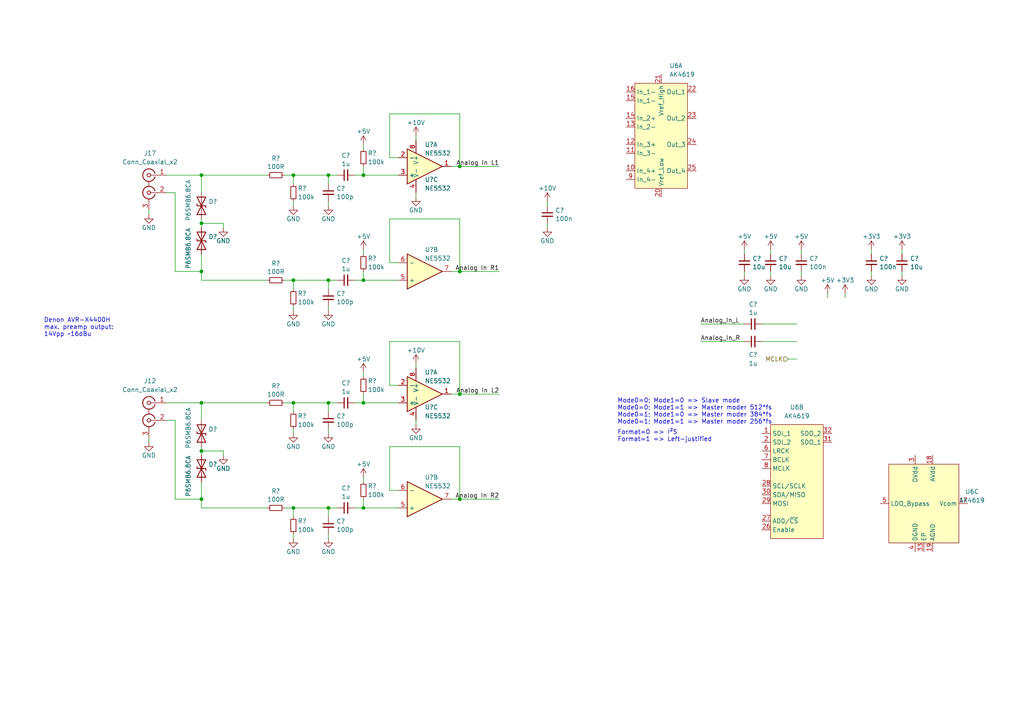
<source format=kicad_sch>
(kicad_sch (version 20230121) (generator eeschema)
  (paper "A4")
  (title_block (title "SmallDSP") (date "2023-10-12") (rev "1.1") (company "Till Heuer"))
  (lib_symbols
    (symbol "1_Project_Symbols:AK4619VN"
      (property "Reference" "U" (at 2.54 20.32 0))
      (property "Value" "AK4619" (at 5.08 17.78 0))
      (symbol "AK4619VN_1_1"
        (rectangle (start -7.62 15.24) (end 7.62 -15.24) (fill (type background)))
        (pin input line (at -10.16 -10.16 0) (length 2.54) (name "In_4+") (number "10"))
        (pin input line (at -10.16 -5.08 0) (length 2.54) (name "In_3-") (number "11"))
        (pin input line (at -10.16 -2.54 0) (length 2.54) (name "In_3+") (number "12"))
        (pin input line (at -10.16 2.54 0) (length 2.54) (name "In_2-") (number "13"))
        (pin input line (at -10.16 5.08 0) (length 2.54) (name "In_2+") (number "14"))
        (pin input line (at -10.16 10.16 0) (length 2.54) (name "In_1-") (number "15"))
        (pin input line (at -10.16 12.7 0) (length 2.54) (name "In_1-") (number "16"))
        (pin input line (at 0 -17.78 90) (length 2.54) (name "Vref_Low") (number "20"))
        (pin input line (at 0 17.78 270) (length 2.54) (name "Vref_High") (number "21"))
        (pin output line (at 10.16 12.7 180) (length 2.54) (name "Out_1") (number "22"))
        (pin output line (at 10.16 5.08 180) (length 2.54) (name "Out_2") (number "23"))
        (pin output line (at 10.16 -2.54 180) (length 2.54) (name "Out_3") (number "24"))
        (pin output line (at 10.16 -10.16 180) (length 2.54) (name "Out_4") (number "25"))
        (pin input line (at -10.16 -12.7 0) (length 2.54) (name "In_4-") (number "9"))
      )
      (symbol "AK4619VN_2_1"
        (rectangle (start -7.62 16.51) (end 7.62 -16.51) (fill (type background)))
        (pin input line (at -10.16 13.97 0) (length 2.54) (name "SDI_1") (number "1"))
        (pin input line (at -10.16 11.43 0) (length 2.54) (name "SDI_2") (number "2"))
        (pin input line (at -10.16 -13.97 0) (length 2.54) (name "Enable") (number "26"))
        (pin input line (at -10.16 -11.43 0) (length 2.54) (name "AD0/~{CS}") (number "27"))
        (pin input line (at -10.16 -1.27 0) (length 2.54) (name "SCL/SCLK") (number "28"))
        (pin input line (at -10.16 -6.35 0) (length 2.54) (name "MOSI") (number "29"))
        (pin bidirectional line (at -10.16 -3.81 0) (length 2.54) (name "SDA/MISO") (number "30"))
        (pin output line (at 10.16 11.43 180) (length 2.54) (name "SDO_1") (number "31"))
        (pin output line (at 10.16 13.97 180) (length 2.54) (name "SDO_2") (number "32"))
        (pin input line (at -10.16 8.89 0) (length 2.54) (name "LRCK") (number "6"))
        (pin input line (at -10.16 6.35 0) (length 2.54) (name "BCLK") (number "7"))
        (pin input line (at -10.16 3.81 0) (length 2.54) (name "MCLK") (number "8"))
      )
      (symbol "AK4619VN_3_1"
        (rectangle (start -10.16 11.43) (end 10.16 -11.43) (fill (type background)))
        (pin power_out line (at 12.7 0 180) (length 2.54) (name "Vcom") (number "17"))
        (pin power_in line (at 2.54 13.97 270) (length 2.54) (name "AVdd") (number "18"))
        (pin power_in line (at 2.54 -13.97 90) (length 2.54) (name "AGND") (number "19"))
        (pin power_in line (at -2.54 13.97 270) (length 2.54) (name "DVdd") (number "3"))
        (pin power_in line (at 0 -13.97 90) (length 2.54) (name "EP") (number "33"))
        (pin power_in line (at -2.54 -13.97 90) (length 2.54) (name "DGND") (number "4"))
        (pin passive line (at -12.7 0 0) (length 2.54) (name "LDO_Bypass") (number "5"))
      )
    )
    (symbol "Connector:Conn_Coaxial_x2" (pin_names (offset 1.016) hide)
      (property "Reference" "J" (at 0 5.715 0))
      (property "Value" "Conn_Coaxial_x2" (at 2.921 0 90))
      (symbol "Conn_Coaxial_x2_0_1"
        (arc (start -1.778 -3.048) (mid 0.2311 -4.3466) (end 1.778 -2.54) (stroke (width 0.254)))
        (arc (start -1.778 2.032) (mid 0.2311 0.7334) (end 1.778 2.54) (stroke (width 0.254)))
        (circle (center 0 -2.54) (radius 0.508) (stroke (width 0.2032)))
        (polyline (pts (xy -2.54 -2.54) (xy -0.508 -2.54)))
        (polyline (pts (xy -2.54 2.54) (xy -0.508 2.54)))
        (polyline (pts (xy 0 -5.08) (xy 0 -4.318)))
        (polyline (pts (xy 0 0.762) (xy 0 -0.635)))
        (circle (center 0 2.54) (radius 0.508) (stroke (width 0.2032)))
        (arc (start 1.778 -2.54) (mid 0.2099 -0.7299) (end -1.778 -2.032) (stroke (width 0.254)))
        (arc (start 1.778 2.54) (mid 0.2099 4.3501) (end -1.778 3.048) (stroke (width 0.254)))
      )
      (symbol "Conn_Coaxial_x2_1_1"
        (pin passive line (at -5.08 2.54 0) (length 2.54) (name "IN1") (number "1"))
        (pin passive line (at -5.08 -2.54 0) (length 2.54) (name "IN2") (number "2"))
        (pin passive line (at 0 -7.62 90) (length 2.54) (name "EXT") (number "3"))
      )
    )
    (symbol "Device:C_Small" (pin_numbers hide) (pin_names (offset 0.254) hide)
      (property "Reference" "C" (at 0.254 1.778 0))
      (property "Value" "C_Small" (at 0.254 -2.032 0))
      (symbol "C_Small_0_1"
        (polyline (pts (xy -1.524 -0.508) (xy 1.524 -0.508)) (stroke (width 0.3302)))
        (polyline (pts (xy -1.524 0.508) (xy 1.524 0.508)) (stroke (width 0.3048)))
      )
      (symbol "C_Small_1_1"
        (pin passive line (at 0 2.54 270) (length 2.032) (name "~") (number "1"))
        (pin passive line (at 0 -2.54 90) (length 2.032) (name "~") (number "2"))
      )
    )
    (symbol "Device:D_TVS" (pin_numbers hide) (pin_names (offset 1.016) hide)
      (property "Reference" "D" (at 0 2.54 0))
      (property "Value" "D_TVS" (at 0 -2.54 0))
      (symbol "D_TVS_0_1"
        (polyline (pts (xy 1.27 0) (xy -1.27 0)))
        (polyline (pts (xy 0.508 1.27) (xy 0 1.27) (xy 0 -1.27) (xy -0.508 -1.27)) (stroke (width 0.254)))
        (polyline (pts (xy -2.54 1.27) (xy -2.54 -1.27) (xy 2.54 1.27) (xy 2.54 -1.27) (xy -2.54 1.27)) (stroke (width 0.254)))
      )
      (symbol "D_TVS_1_1"
        (pin passive line (at -3.81 0 0) (length 2.54) (name "A1") (number "1"))
        (pin passive line (at 3.81 0 180) (length 2.54) (name "A2") (number "2"))
      )
    )
    (symbol "Device:Opamp_Dual"
      (property "Reference" "U" (at 0 5.08 0))
      (property "Value" "Opamp_Dual" (at 0 -5.08 0))
      (symbol "Opamp_Dual_1_1"
        (polyline (pts (xy -5.08 5.08) (xy 5.08 0) (xy -5.08 -5.08) (xy -5.08 5.08)) (stroke (width 0.254)) (fill (type background)))
        (pin output line (at 7.62 0 180) (length 2.54) (name "~") (number "1"))
        (pin input line (at -7.62 -2.54 0) (length 2.54) (name "-") (number "2"))
        (pin input line (at -7.62 2.54 0) (length 2.54) (name "+") (number "3"))
      )
      (symbol "Opamp_Dual_2_1"
        (polyline (pts (xy -5.08 5.08) (xy 5.08 0) (xy -5.08 -5.08) (xy -5.08 5.08)) (stroke (width 0.254)) (fill (type background)))
        (pin input line (at -7.62 2.54 0) (length 2.54) (name "+") (number "5"))
        (pin input line (at -7.62 -2.54 0) (length 2.54) (name "-") (number "6"))
        (pin output line (at 7.62 0 180) (length 2.54) (name "~") (number "7"))
      )
      (symbol "Opamp_Dual_3_1"
        (pin power_in line (at -2.54 -7.62 90) (length 3.81) (name "V-") (number "4"))
        (pin power_in line (at -2.54 7.62 270) (length 3.81) (name "V+") (number "8"))
      )
    )
    (symbol "Device:R_Small" (pin_numbers hide) (pin_names (offset 0.254) hide)
      (property "Reference" "R" (at 0.762 0.508 0))
      (property "Value" "R_Small" (at 0.762 -1.016 0))
      (symbol "R_Small_0_1"
        (rectangle (start -0.762 1.778) (end 0.762 -1.778) (stroke (width 0.2032)))
      )
      (symbol "R_Small_1_1"
        (pin passive line (at 0 2.54 270) (length 0.762) (name "~") (number "1"))
        (pin passive line (at 0 -2.54 90) (length 0.762) (name "~") (number "2"))
      )
    )
    (symbol "power:+10V" (power) (pin_names (offset 0))
      (property "Value" "+10V" (at 0 3.556 0))
      (symbol "+10V_0_1"
        (polyline (pts (xy -0.762 1.27) (xy 0 2.54)))
        (polyline (pts (xy 0 0) (xy 0 2.54)))
        (polyline (pts (xy 0 2.54) (xy 0.762 1.27)))
      )
      (symbol "+10V_1_1"
        (pin power_in line (at 0 0 90) (length 0) hide (name "+10V") (number "1"))
      )
    )
    (symbol "power:+3V3" (power) (pin_names (offset 0))
      (property "Value" "+3V3" (at 0 3.556 0))
      (symbol "+3V3_0_1"
        (polyline (pts (xy -0.762 1.27) (xy 0 2.54)))
        (polyline (pts (xy 0 0) (xy 0 2.54)))
        (polyline (pts (xy 0 2.54) (xy 0.762 1.27)))
      )
      (symbol "+3V3_1_1"
        (pin power_in line (at 0 0 90) (length 0) hide (name "+3V3") (number "1"))
      )
    )
    (symbol "power:+5V" (power) (pin_names (offset 0))
      (property "Value" "+5V" (at 0 3.556 0))
      (symbol "+5V_0_1"
        (polyline (pts (xy -0.762 1.27) (xy 0 2.54)))
        (polyline (pts (xy 0 0) (xy 0 2.54)))
        (polyline (pts (xy 0 2.54) (xy 0.762 1.27)))
      )
      (symbol "+5V_1_1"
        (pin power_in line (at 0 0 90) (length 0) hide (name "+5V") (number "1"))
      )
    )
    (symbol "power:GND" (power) (pin_names (offset 0))
      (property "Value" "GND" (at 0 -3.81 0))
      (symbol "GND_0_1"
        (polyline (pts (xy 0 0) (xy 0 -1.27) (xy 1.27 -1.27) (xy 0 -2.54) (xy -1.27 -1.27) (xy 0 -1.27)))
      )
      (symbol "GND_1_1"
        (pin power_in line (at 0 0 270) (length 0) hide (name "GND") (number "1"))
      )
    )
  )
  (junction (at 133.35 78.74))
  (junction (at 105.41 81.28))
  (junction (at 95.25 116.84))
  (junction (at 133.35 144.78))
  (junction (at 58.42 64.77))
  (junction (at 95.25 81.28))
  (junction (at 85.09 50.8))
  (junction (at 58.42 116.84))
  (junction (at 85.09 116.84))
  (junction (at 58.42 144.78))
  (junction (at 133.35 114.3))
  (junction (at 95.25 50.8))
  (junction (at 58.42 50.8))
  (junction (at 105.41 147.32))
  (junction (at 95.25 147.32))
  (junction (at 105.41 50.8))
  (junction (at 58.42 130.81))
  (junction (at 105.41 116.84))
  (junction (at 85.09 147.32))
  (junction (at 133.35 48.26))
  (junction (at 58.42 78.74))
  (junction (at 85.09 81.28))
  (wire (pts (xy 58.42 116.84) (xy 58.42 121.92)))
  (wire (pts (xy 314.96 96.52) (xy 320.04 96.52)))
  (wire (pts (xy 223.52 72.39) (xy 223.52 73.66)))
  (wire (pts (xy 261.62 72.39) (xy 261.62 73.66)))
  (wire (pts (xy 220.98 93.98) (xy 231.14 93.98)))
  (wire (pts (xy 58.42 64.77) (xy 64.77 64.77)))
  (wire (pts (xy 215.9 99.06) (xy 203.2 99.06)))
  (wire (pts (xy 85.09 50.8) (xy 85.09 53.34)))
  (wire (pts (xy 48.26 50.8) (xy 58.42 50.8)))
  (wire (pts (xy 58.42 130.81) (xy 58.42 132.08)))
  (wire (pts (xy 95.25 116.84) (xy 95.25 119.38)))
  (wire (pts (xy 95.25 88.9) (xy 95.25 90.17)))
  (wire (pts (xy 58.42 64.77) (xy 58.42 66.04)))
  (wire (pts (xy 252.73 72.39) (xy 252.73 73.66)))
  (wire (pts (xy 95.25 50.8) (xy 95.25 53.34)))
  (wire (pts (xy 133.35 99.06) (xy 133.35 114.3)))
  (wire (pts (xy 252.73 78.74) (xy 252.73 80.01)))
  (wire (pts (xy 133.35 144.78) (xy 130.81 144.78)))
  (wire (pts (xy 48.26 116.84) (xy 58.42 116.84)))
  (wire (pts (xy 85.09 116.84) (xy 95.25 116.84)))
  (wire (pts (xy 58.42 50.8) (xy 58.42 55.88)))
  (wire (pts (xy 58.42 147.32) (xy 58.42 144.78)))
  (wire (pts (xy 133.35 114.3) (xy 130.81 114.3)))
  (wire (pts (xy 232.41 78.74) (xy 232.41 80.01)))
  (wire (pts (xy 115.57 76.2) (xy 113.03 76.2)))
  (wire (pts (xy 115.57 45.72) (xy 113.03 45.72)))
  (wire (pts (xy 245.11 85.09) (xy 245.11 86.36)))
  (wire (pts (xy 50.8 121.92) (xy 48.26 121.92)))
  (wire (pts (xy 240.03 85.09) (xy 240.03 86.36)))
  (wire (pts (xy 307.34 99.06) (xy 309.88 99.06)))
  (wire (pts (xy 120.65 121.92) (xy 120.65 123.19)))
  (wire (pts (xy 115.57 50.8) (xy 105.41 50.8)))
  (wire (pts (xy 95.25 154.94) (xy 95.25 156.21)))
  (wire (pts (xy 85.09 147.32) (xy 95.25 147.32)))
  (wire (pts (xy 105.41 116.84) (xy 105.41 114.3)))
  (wire (pts (xy 64.77 64.77) (xy 64.77 66.04)))
  (wire (pts (xy 133.35 129.54) (xy 133.35 144.78)))
  (wire (pts (xy 133.35 114.3) (xy 144.78 114.3)))
  (wire (pts (xy 95.25 116.84) (xy 97.79 116.84)))
  (wire (pts (xy 113.03 33.02) (xy 133.35 33.02)))
  (wire (pts (xy 220.98 99.06) (xy 231.14 99.06)))
  (wire (pts (xy 215.9 72.39) (xy 215.9 73.66)))
  (wire (pts (xy 82.55 116.84) (xy 85.09 116.84)))
  (wire (pts (xy 95.25 58.42) (xy 95.25 59.69)))
  (wire (pts (xy 102.87 116.84) (xy 105.41 116.84)))
  (wire (pts (xy 85.09 147.32) (xy 85.09 149.86)))
  (wire (pts (xy 85.09 116.84) (xy 85.09 119.38)))
  (wire (pts (xy 113.03 99.06) (xy 133.35 99.06)))
  (wire (pts (xy 113.03 76.2) (xy 113.03 63.5)))
  (wire (pts (xy 85.09 154.94) (xy 85.09 156.21)))
  (wire (pts (xy 133.35 78.74) (xy 130.81 78.74)))
  (wire (pts (xy 105.41 139.7) (xy 105.41 138.43)))
  (wire (pts (xy 314.96 101.6) (xy 320.04 101.6)))
  (wire (pts (xy 215.9 78.74) (xy 215.9 80.01)))
  (wire (pts (xy 95.25 81.28) (xy 97.79 81.28)))
  (wire (pts (xy 115.57 116.84) (xy 105.41 116.84)))
  (wire (pts (xy 95.25 147.32) (xy 97.79 147.32)))
  (wire (pts (xy 85.09 50.8) (xy 95.25 50.8)))
  (wire (pts (xy 158.75 58.42) (xy 158.75 59.69)))
  (wire (pts (xy 215.9 93.98) (xy 203.2 93.98)))
  (wire (pts (xy 307.34 96.52) (xy 309.88 96.52)))
  (wire (pts (xy 105.41 81.28) (xy 105.41 78.74)))
  (wire (pts (xy 58.42 50.8) (xy 77.47 50.8)))
  (wire (pts (xy 133.35 63.5) (xy 133.35 78.74)))
  (wire (pts (xy 113.03 63.5) (xy 133.35 63.5)))
  (wire (pts (xy 102.87 81.28) (xy 105.41 81.28)))
  (wire (pts (xy 314.96 99.06) (xy 320.04 99.06)))
  (wire (pts (xy 43.18 60.96) (xy 43.18 62.23)))
  (wire (pts (xy 120.65 55.88) (xy 120.65 57.15)))
  (wire (pts (xy 133.35 48.26) (xy 144.78 48.26)))
  (wire (pts (xy 261.62 78.74) (xy 261.62 80.01)))
  (wire (pts (xy 158.75 64.77) (xy 158.75 66.04)))
  (wire (pts (xy 113.03 129.54) (xy 133.35 129.54)))
  (wire (pts (xy 95.25 147.32) (xy 95.25 149.86)))
  (wire (pts (xy 50.8 78.74) (xy 50.8 55.88)))
  (wire (pts (xy 105.41 73.66) (xy 105.41 72.39)))
  (wire (pts (xy 113.03 45.72) (xy 113.03 33.02)))
  (wire (pts (xy 85.09 81.28) (xy 85.09 83.82)))
  (wire (pts (xy 95.25 50.8) (xy 97.79 50.8)))
  (wire (pts (xy 120.65 105.41) (xy 120.65 106.68)))
  (wire (pts (xy 85.09 58.42) (xy 85.09 59.69)))
  (wire (pts (xy 95.25 124.46) (xy 95.25 125.73)))
  (wire (pts (xy 85.09 81.28) (xy 95.25 81.28)))
  (wire (pts (xy 58.42 81.28) (xy 77.47 81.28)))
  (wire (pts (xy 105.41 147.32) (xy 105.41 144.78)))
  (wire (pts (xy 232.41 72.39) (xy 232.41 73.66)))
  (wire (pts (xy 133.35 144.78) (xy 144.78 144.78)))
  (wire (pts (xy 133.35 33.02) (xy 133.35 48.26)))
  (wire (pts (xy 105.41 50.8) (xy 105.41 48.26)))
  (wire (pts (xy 115.57 111.76) (xy 113.03 111.76)))
  (wire (pts (xy 50.8 55.88) (xy 48.26 55.88)))
  (wire (pts (xy 228.6 104.14) (xy 231.14 104.14)))
  (wire (pts (xy 58.42 139.7) (xy 58.42 144.78)))
  (wire (pts (xy 133.35 78.74) (xy 144.78 78.74)))
  (wire (pts (xy 113.03 142.24) (xy 113.03 129.54)))
  (wire (pts (xy 85.09 124.46) (xy 85.09 125.73)))
  (wire (pts (xy 113.03 111.76) (xy 113.03 99.06)))
  (wire (pts (xy 82.55 147.32) (xy 85.09 147.32)))
  (wire (pts (xy 102.87 50.8) (xy 105.41 50.8)))
  (wire (pts (xy 133.35 48.26) (xy 130.81 48.26)))
  (wire (pts (xy 82.55 81.28) (xy 85.09 81.28)))
  (wire (pts (xy 58.42 129.54) (xy 58.42 130.81)))
  (wire (pts (xy 58.42 81.28) (xy 58.42 78.74)))
  (wire (pts (xy 43.18 127) (xy 43.18 128.27)))
  (wire (pts (xy 58.42 63.5) (xy 58.42 64.77)))
  (wire (pts (xy 50.8 78.74) (xy 58.42 78.74)))
  (wire (pts (xy 58.42 130.81) (xy 64.77 130.81)))
  (wire (pts (xy 82.55 50.8) (xy 85.09 50.8)))
  (wire (pts (xy 120.65 39.37) (xy 120.65 40.64)))
  (wire (pts (xy 105.41 147.32) (xy 115.57 147.32)))
  (wire (pts (xy 307.34 101.6) (xy 309.88 101.6)))
  (wire (pts (xy 102.87 147.32) (xy 105.41 147.32)))
  (wire (pts (xy 223.52 78.74) (xy 223.52 80.01)))
  (wire (pts (xy 105.41 43.18) (xy 105.41 41.91)))
  (wire (pts (xy 50.8 144.78) (xy 58.42 144.78)))
  (wire (pts (xy 105.41 81.28) (xy 115.57 81.28)))
  (wire (pts (xy 85.09 88.9) (xy 85.09 90.17)))
  (wire (pts (xy 58.42 73.66) (xy 58.42 78.74)))
  (wire (pts (xy 105.41 109.22) (xy 105.41 107.95)))
  (wire (pts (xy 58.42 147.32) (xy 77.47 147.32)))
  (wire (pts (xy 64.77 130.81) (xy 64.77 132.08)))
  (wire (pts (xy 50.8 144.78) (xy 50.8 121.92)))
  (wire (pts (xy 58.42 116.84) (xy 77.47 116.84)))
  (wire (pts (xy 115.57 142.24) (xy 113.03 142.24)))
  (wire (pts (xy 95.25 81.28) (xy 95.25 83.82)))
  (text "Denon AVR-X4400H\nmax. preamp output:\n14Vpp ~16dBu" (at 12.7 97.79 0) (effects (font (size 1.27 1.27)) (justify left bottom)))
  (text "Mode0=0; Mode1=0 => Slave mode\nMode0=0; Mode1=1 => Master moder 512*fs\nMode0=1; Mode1=0 => Master moder 384*fs\nMode0=1; Mode1=1 => Master moder 256*fs" (at 179.07 123.19 0) (effects (font (size 1.27 1.27)) (justify left bottom)))
  (text "Format=0 => I²S\nFormat=1 => Left-justified" (at 179.07 128.27 0) (effects (font (size 1.27 1.27)) (justify left bottom)))
  (label "Analog_In_R" (at 203.2 99.06 0))
  (label "Analog In R2" (at 144.78 144.78 180))
  (label "Analog In L1" (at 144.78 48.26 180))
  (label "Analog_In_L" (at 203.2 93.98 0))
  (label "Analog In R1" (at 144.78 78.74 180))
  (label "Analog In L2" (at 144.78 114.3 180))
  (hierarchical_label "SDATA" (shape output) (at 320.04 101.6 0))
  (hierarchical_label "MCLK" (shape input) (at 228.6 104.14 180))
  (hierarchical_label "LRCK" (shape input) (at 320.04 99.06 0))
  (hierarchical_label "BCLK" (shape input) (at 320.04 96.52 0))
  (symbol (lib_id "Device:D_TVS") (at 58.42 69.85 90) (unit 1)
    (property "Reference" "D?" (at 60.452 68.6379 90) (effects (justify right)))
    (property "Value" "P6SMB6.8CA" (at 54.61 66.04 0) (effects (justify right)))
    (property "Footprint" "Diode_SMD:D_SMB" (effects hide))
    (property "Assembling" "X" (effects hide))
    (property "JLC Part Number" "C78395" (effects hide))
    (property "Manufacturer" "Brightking" (effects hide))
    (property "Part Number" "P6SMB6.8CA/TR13" (effects hide))
    (instances (project "SmallDSPMulti" (path "" (reference "D?") (unit 1)) (path "" (reference "D?") (unit 1)) (path "" (reference "D9") (unit 1))))
  )
  (symbol (lib_id "power:GND") (at 215.9 80.01 0) (unit 1)
    (property "Reference" "#PWR?" (effects hide))
    (property "Value" "GND" (at 215.9 83.82 0))
    (instances (project "SmallDSPMulti" (path "" (reference "#PWR?") (unit 1)) (path "" (reference "#PWR0104") (unit 1))))
  )
  (symbol (lib_id "Device:C_Small") (at 215.9 76.2 0) (unit 1)
    (property "Reference" "C?" (at 218.2241 74.9942 0) (effects (justify left)))
    (property "Value" "10u" (at 218.2241 77.4184 0) (effects (justify left)))
    (property "Footprint" "Capacitor_SMD:C_0603_1608Metric" (effects hide))
    (property "Dielectric" "X5R" (effects hide))
    (property "Notes" "-50%@5VDC" (effects hide))
    (property "Rated Voltage" "25V" (effects hide))
    (property "Assembling" "X" (effects hide))
    (property "JLC Part Number" "C96446" (effects hide))
    (property "Manufacturer" "Samsung Electro-Mechanics" (effects hide))
    (property "Part Number" "CL10A106MA8NRNC" (effects hide))
    (property "Tolerance" "10%" (effects hide))
    (instances (project "SmallDSPMulti" (path "" (reference "C?") (unit 1)) (path "" (reference "C22") (unit 1))))
  )
  (symbol (lib_id "power:+10V") (at 120.65 39.37 0) (unit 1)
    (property "Reference" "#PWR?" (effects hide))
    (property "Value" "+10V" (at 120.65 35.56 0))
    (instances (project "SmallDSPMulti" (path "" (reference "#PWR?") (unit 1)) (path "" (reference "#PWR?") (unit 1)) (path "" (reference "#PWR089") (unit 1))))
  )
  (symbol (lib_id "Device:C_Small") (at 95.25 121.92 0) (unit 1)
    (property "Reference" "C?" (at 97.5741 120.7142 0) (effects (justify left)))
    (property "Value" "100p" (at 97.5741 123.1384 0) (effects (justify left)))
    (property "Footprint" "Capacitor_SMD:C_0402_1005Metric" (effects hide))
    (property "Dielectric" "C0G" (effects hide))
    (property "Rated Voltage" "50V" (effects hide))
    (property "Assembling" "X" (effects hide))
    (property "JLC Part Number" "C1546" (effects hide))
    (property "Manufacturer" "FH (Guangdong Fenghua Advanced Tech)" (effects hide))
    (property "Part Number" "0402CG101J500NT" (effects hide))
    (property "Tolerance" "5%" (effects hide))
    (instances (project "SmallDSPMulti" (path "" (reference "C?") (unit 1)) (path "" (reference "C11") (unit 1))))
  )
  (symbol (lib_id "Device:Opamp_Dual") (at 123.19 78.74 0) (mirror x) (unit 2)
    (property "Reference" "U?" (at 123.19 72.39 0) (effects (justify left)))
    (property "Value" "NE5532" (at 123.19 74.93 0) (effects (justify left)))
    (property "Footprint" "Package_SO:SOIC-8_3.9x4.9mm_P1.27mm" (effects hide))
    (property "Manufacturer" "Texas Instruments" (effects hide))
    (property "Part Number" "NE5532DR" (effects hide))
    (property "Assembling" "X" (effects hide))
    (property "JLC Part Number" "C7426" (effects hide))
    (instances (project "SmallDSPMulti" (path "" (reference "U?") (unit 2)) (path "" (reference "U4") (unit 2))))
  )
  (symbol (lib_id "Device:D_TVS") (at 58.42 135.89 90) (unit 1)
    (property "Reference" "D?" (at 60.452 134.6779 90) (effects (justify right)))
    (property "Value" "P6SMB6.8CA" (at 54.61 132.08 0) (effects (justify right)))
    (property "Footprint" "Diode_SMD:D_SMB" (effects hide))
    (property "Assembling" "X" (effects hide))
    (property "JLC Part Number" "C78395" (effects hide))
    (property "Manufacturer" "Brightking" (effects hide))
    (property "Part Number" "P6SMB6.8CA/TR13" (effects hide))
    (instances (project "SmallDSPMulti" (path "" (reference "D?") (unit 1)) (path "" (reference "D?") (unit 1)) (path "" (reference "D11") (unit 1))))
  )
  (symbol (lib_id "Device:Opamp_Dual") (at 123.19 114.3 0) (unit 3)
    (property "Reference" "U?" (at 123.19 118.11 0) (effects (justify left)))
    (property "Value" "NE5532" (at 123.19 120.65 0) (effects (justify left)))
    (property "Footprint" "Package_SO:SOIC-8_3.9x4.9mm_P1.27mm" (effects hide))
    (property "Manufacturer" "Texas Instruments" (effects hide))
    (property "Part Number" "NE5532DR" (effects hide))
    (property "Assembling" "X" (effects hide))
    (property "JLC Part Number" "C7426" (effects hide))
    (instances (project "SmallDSPMulti" (path "" (reference "U?") (unit 3)) (path "" (reference "U5") (unit 3))))
  )
  (symbol (lib_id "power:+5V") (at 105.41 138.43 0) (unit 1)
    (property "Reference" "#PWR?" (effects hide))
    (property "Value" "+5V" (at 105.41 134.62 0))
    (instances (project "SmallDSPMulti" (path "" (reference "#PWR?") (unit 1)) (path "" (reference "#PWR088") (unit 1))))
  )
  (symbol (lib_id "power:GND") (at 223.52 80.01 0) (unit 1)
    (property "Reference" "#PWR?" (effects hide))
    (property "Value" "GND" (at 223.52 83.82 0))
    (instances (project "SmallDSPMulti" (path "" (reference "#PWR?") (unit 1)) (path "" (reference "#PWR0106") (unit 1))))
  )
  (symbol (lib_id "power:+3V3") (at 245.11 85.09 0) (unit 1)
    (property "Reference" "#PWR?" (effects hide))
    (property "Value" "+3V3" (at 245.11 81.28 0))
    (instances (project "SmallDSPMulti" (path "" (reference "#PWR?") (unit 1)) (path "" (reference "#PWR0112") (unit 1))))
  )
  (symbol (lib_id "power:GND") (at 85.09 59.69 0) (unit 1)
    (property "Reference" "#PWR?" (effects hide))
    (property "Value" "GND" (at 85.09 63.5 0))
    (instances (project "SmallDSPMulti" (path "" (reference "#PWR?") (unit 1)) (path "" (reference "#PWR077") (unit 1))))
  )
  (symbol (lib_id "power:GND") (at 95.25 59.69 0) (unit 1)
    (property "Reference" "#PWR?" (effects hide))
    (property "Value" "GND" (at 95.25 63.5 0))
    (instances (project "SmallDSPMulti" (path "" (reference "#PWR?") (unit 1)) (path "" (reference "#PWR081") (unit 1))))
  )
  (symbol (lib_id "Device:R_Small") (at 85.09 55.88 0) (mirror y) (unit 1)
    (property "Reference" "R?" (at 86.36 54.61 0) (effects (justify right)))
    (property "Value" "100k" (at 86.36 57.15 0) (effects (justify right)))
    (property "Footprint" "Resistor_SMD:R_0402_1005Metric" (effects hide))
    (property "Assembling" "X" (effects hide))
    (property "JLC Part Number" "C25741" (effects hide))
    (property "Manufacturer" "UNI-ROYAL(Uniroyal Elec)" (effects hide))
    (property "Rated Power" "62.5mW" (effects hide))
    (property "Part Number" "0402WGF1003TCE" (effects hide))
    (property "Tolerance" "1%" (effects hide))
    (instances (project "SmallDSPMulti" (path "" (reference "R?") (unit 1)) (path "" (reference "R20") (unit 1))))
  )
  (symbol (lib_id "Device:C_Small") (at 158.75 62.23 0) (unit 1)
    (property "Reference" "C?" (at 161.0741 61.0242 0) (effects (justify left)))
    (property "Value" "100n" (at 161.0741 63.4484 0) (effects (justify left)))
    (property "Footprint" "Capacitor_SMD:C_0402_1005Metric" (effects hide))
    (property "Dielectric" "X7R" (effects hide))
    (property "Notes" "-25%@10VDC" (effects hide))
    (property "Rated Voltage" "50V" (effects hide))
    (property "Assembling" "X" (effects hide))
    (property "JLC Part Number" "C307331" (effects hide))
    (property "Manufacturer" "Samsung Electro-Mechanics" (effects hide))
    (property "Part Number" "CL05B104KB54PNC" (effects hide))
    (property "Tolerance" "10%" (effects hide))
    (instances (project "SmallDSPMulti" (path "" (reference "C?") (unit 1)) (path "" (reference "C19") (unit 1))))
  )
  (symbol (lib_id "power:GND") (at 95.25 156.21 0) (unit 1)
    (property "Reference" "#PWR?" (effects hide))
    (property "Value" "GND" (at 95.25 160.02 0))
    (instances (project "SmallDSPMulti" (path "" (reference "#PWR?") (unit 1)) (path "" (reference "#PWR084") (unit 1))))
  )
  (symbol (lib_id "Device:Opamp_Dual") (at 123.19 114.3 0) (mirror x) (unit 1)
    (property "Reference" "U?" (at 123.19 107.95 0) (effects (justify left)))
    (property "Value" "NE5532" (at 123.19 110.49 0) (effects (justify left)))
    (property "Footprint" "Package_SO:SOIC-8_3.9x4.9mm_P1.27mm" (effects hide))
    (property "Manufacturer" "Texas Instruments" (effects hide))
    (property "Part Number" "NE5532DR" (effects hide))
    (property "Assembling" "X" (effects hide))
    (property "JLC Part Number" "C7426" (effects hide))
    (instances (project "SmallDSPMulti" (path "" (reference "U?") (unit 1)) (path "" (reference "U5") (unit 1))))
  )
  (symbol (lib_id "Device:C_Small") (at 100.33 81.28 90) (unit 1)
    (property "Reference" "C?" (at 100.3363 75.5736 90))
    (property "Value" "1u" (at 100.3363 77.9978 90))
    (property "Footprint" "Capacitor_SMD:C_1206_3216Metric" (effects hide))
    (property "Dielectric" "X7R" (effects hide))
    (property "Rated Voltage" "50V" (effects hide))
    (property "Assembling" "X" (effects hide))
    (property "JLC Part Number" "C1848" (effects hide))
    (property "Manufacturer" "Samsung Electro-Mechanics" (effects hide))
    (property "Part Number" "CL31B105KBHNNNE" (effects hide))
    (property "Tolerance" "10%" (effects hide))
    (instances (project "SmallDSPMulti" (path "" (reference "C?") (unit 1)) (path "" (reference "C14") (unit 1))))
  )
  (symbol (lib_id "Device:C_Small") (at 223.52 76.2 0) (unit 1)
    (property "Reference" "C?" (at 225.8441 74.9942 0) (effects (justify left)))
    (property "Value" "10u" (at 225.8441 77.4184 0) (effects (justify left)))
    (property "Footprint" "Capacitor_SMD:C_0603_1608Metric" (effects hide))
    (property "Dielectric" "X5R" (effects hide))
    (property "Notes" "-50%@5VDC" (effects hide))
    (property "Rated Voltage" "25V" (effects hide))
    (property "Assembling" "X" (effects hide))
    (property "JLC Part Number" "C96446" (effects hide))
    (property "Manufacturer" "Samsung Electro-Mechanics" (effects hide))
    (property "Part Number" "CL10A106MA8NRNC" (effects hide))
    (property "Tolerance" "10%" (effects hide))
    (instances (project "SmallDSPMulti" (path "" (reference "C?") (unit 1)) (path "" (reference "C25") (unit 1))))
  )
  (symbol (lib_id "power:GND") (at 64.77 66.04 0) (unit 1)
    (property "Reference" "#PWR?" (effects hide))
    (property "Value" "GND" (at 64.77 69.85 0))
    (instances (project "SmallDSPMulti" (path "" (reference "#PWR?") (unit 1)) (path "" (reference "#PWR?") (unit 1)) (path "" (reference "#PWR075") (unit 1))))
  )
  (symbol (lib_id "Device:Opamp_Dual") (at 123.19 48.26 0) (unit 3)
    (property "Reference" "U?" (at 123.19 52.07 0) (effects (justify left)))
    (property "Value" "NE5532" (at 123.19 54.61 0) (effects (justify left)))
    (property "Footprint" "Package_SO:SOIC-8_3.9x4.9mm_P1.27mm" (effects hide))
    (property "Manufacturer" "Texas Instruments" (effects hide))
    (property "Part Number" "NE5532DR" (effects hide))
    (property "Assembling" "X" (effects hide))
    (property "JLC Part Number" "C7426" (effects hide))
    (instances (project "SmallDSPMulti" (path "" (reference "U?") (unit 3)) (path "" (reference "U4") (unit 3))))
  )
  (symbol (lib_id "power:+5V") (at 240.03 85.09 0) (unit 1)
    (property "Reference" "#PWR?" (effects hide))
    (property "Value" "+5V" (at 240.03 81.28 0))
    (instances (project "SmallDSPMulti" (path "" (reference "#PWR?") (unit 1)) (path "" (reference "#PWR0110") (unit 1))))
  )
  (symbol (lib_id "power:GND") (at 85.09 125.73 0) (unit 1)
    (property "Reference" "#PWR?" (effects hide))
    (property "Value" "GND" (at 85.09 129.54 0))
    (instances (project "SmallDSPMulti" (path "" (reference "#PWR?") (unit 1)) (path "" (reference "#PWR079") (unit 1))))
  )
  (symbol (lib_id "Device:Opamp_Dual") (at 123.19 48.26 0) (mirror x) (unit 1)
    (property "Reference" "U?" (at 123.19 41.91 0) (effects (justify left)))
    (property "Value" "NE5532" (at 123.19 44.45 0) (effects (justify left)))
    (property "Footprint" "Package_SO:SOIC-8_3.9x4.9mm_P1.27mm" (effects hide))
    (property "Manufacturer" "Texas Instruments" (effects hide))
    (property "Part Number" "NE5532DR" (effects hide))
    (property "Assembling" "X" (effects hide))
    (property "JLC Part Number" "C7426" (effects hide))
    (instances (project "SmallDSPMulti" (path "" (reference "U?") (unit 1)) (path "" (reference "U4") (unit 1))))
  )
  (symbol (lib_id "1_Project_Symbols:AK4619VN") (at 267.97 146.05 0) (unit 3)
    (property "Reference" "U6" (at 281.94 142.5809 0))
    (property "Value" "AK4619" (at 281.94 145.1209 0))
    (property "Footprint" "Package_DFN_QFN:QFN-32-1EP_5x5mm_P0.5mm_EP3.7x3.7mm_ThermalVias" (effects hide))
  )
  (symbol (lib_id "Device:C_Small") (at 95.25 55.88 0) (unit 1)
    (property "Reference" "C?" (at 97.5741 54.6742 0) (effects (justify left)))
    (property "Value" "100p" (at 97.5741 57.0984 0) (effects (justify left)))
    (property "Footprint" "Capacitor_SMD:C_0402_1005Metric" (effects hide))
    (property "Dielectric" "C0G" (effects hide))
    (property "Rated Voltage" "50V" (effects hide))
    (property "Assembling" "X" (effects hide))
    (property "JLC Part Number" "C1546" (effects hide))
    (property "Manufacturer" "FH (Guangdong Fenghua Advanced Tech)" (effects hide))
    (property "Part Number" "0402CG101J500NT" (effects hide))
    (property "Tolerance" "5%" (effects hide))
    (instances (project "SmallDSPMulti" (path "" (reference "C?") (unit 1)) (path "" (reference "C9") (unit 1))))
  )
  (symbol (lib_id "1_Project_Symbols:AK4619VN") (at 191.77 39.37 0) (unit 1)
    (property "Reference" "U6" (at 194.143 19.05 0) (effects (justify left)))
    (property "Value" "AK4619" (at 194.143 21.59 0) (effects (justify left)))
    (property "Footprint" "Package_DFN_QFN:QFN-32-1EP_5x5mm_P0.5mm_EP3.7x3.7mm_ThermalVias" (effects hide))
  )
  (symbol (lib_id "Connector:Conn_Coaxial_x2") (at 43.18 53.34 0) (mirror y) (unit 1)
    (property "Reference" "J17" (at 43.4974 44.45 0))
    (property "Value" "Conn_Coaxial_x2" (at 43.4974 46.99 0))
    (property "Datasheet" " ~" (effects hide))
  )
  (symbol (lib_id "Device:R_Small") (at 312.42 101.6 90) (unit 1)
    (property "Reference" "R?" (at 308.61 100.33 90))
    (property "Value" "100R" (at 317.5 100.33 90))
    (property "Footprint" "Resistor_SMD:R_0402_1005Metric" (effects hide))
    (property "Assembling" "X" (effects hide))
    (property "JLC Part Number" "C25076" (effects hide))
    (property "Manufacturer" "UNI-ROYAL(Uniroyal Elec)" (effects hide))
    (property "Part Number" "0402WGF1000TCE" (effects hide))
    (property "Rated Power" "62.5mW" (effects hide))
    (property "Tolerance" "1%" (effects hide))
    (instances (project "SmallDSPMulti" (path "" (reference "R?") (unit 1)) (path "" (reference "R42") (unit 1))))
  )
  (symbol (lib_id "Device:R_Small") (at 80.01 50.8 270) (mirror x) (unit 1)
    (property "Reference" "R?" (at 80.01 45.9191 90))
    (property "Value" "100R" (at 80.01 48.3433 90))
    (property "Footprint" "Resistor_SMD:R_0402_1005Metric" (effects hide))
    (property "Assembling" "X" (effects hide))
    (property "JLC Part Number" "C25076" (effects hide))
    (property "Manufacturer" "UNI-ROYAL(Uniroyal Elec)" (effects hide))
    (property "Rated Power" "62.5mW" (effects hide))
    (property "Part Number" "0402WGF1000TCE" (effects hide))
    (property "Tolerance" "1%" (effects hide))
    (instances (project "SmallDSPMulti" (path "" (reference "R?") (unit 1)) (path "" (reference "R24") (unit 1))))
  )
  (symbol (lib_id "Device:R_Small") (at 85.09 121.92 0) (mirror y) (unit 1)
    (property "Reference" "R?" (at 86.36 120.65 0) (effects (justify right)))
    (property "Value" "100k" (at 86.36 123.19 0) (effects (justify right)))
    (property "Footprint" "Resistor_SMD:R_0402_1005Metric" (effects hide))
    (property "Assembling" "X" (effects hide))
    (property "JLC Part Number" "C25741" (effects hide))
    (property "Manufacturer" "UNI-ROYAL(Uniroyal Elec)" (effects hide))
    (property "Rated Power" "62.5mW" (effects hide))
    (property "Part Number" "0402WGF1003TCE" (effects hide))
    (property "Tolerance" "1%" (effects hide))
    (instances (project "SmallDSPMulti" (path "" (reference "R?") (unit 1)) (path "" (reference "R26") (unit 1))))
  )
  (symbol (lib_id "power:+5V") (at 105.41 107.95 0) (unit 1)
    (property "Reference" "#PWR?" (effects hide))
    (property "Value" "+5V" (at 105.41 104.14 0))
    (instances (project "SmallDSPMulti" (path "" (reference "#PWR?") (unit 1)) (path "" (reference "#PWR087") (unit 1))))
  )
  (symbol (lib_id "Device:R_Small") (at 312.42 99.06 90) (unit 1)
    (property "Reference" "R?" (at 308.61 97.79 90))
    (property "Value" "100R" (at 317.5 97.79 90))
    (property "Footprint" "Resistor_SMD:R_0402_1005Metric" (effects hide))
    (property "Assembling" "X" (effects hide))
    (property "JLC Part Number" "C25076" (effects hide))
    (property "Manufacturer" "UNI-ROYAL(Uniroyal Elec)" (effects hide))
    (property "Part Number" "0402WGF1000TCE" (effects hide))
    (property "Rated Power" "62.5mW" (effects hide))
    (property "Tolerance" "1%" (effects hide))
    (instances (project "SmallDSPMulti" (path "" (reference "R?") (unit 1)) (path "" (reference "R41") (unit 1))))
  )
  (symbol (lib_id "Device:D_TVS") (at 58.42 125.73 90) (unit 1)
    (property "Reference" "D?" (at 60.452 124.5179 90) (effects (justify right)))
    (property "Value" "P6SMB6.8CA" (at 54.61 118.11 0) (effects (justify right)))
    (property "Footprint" "Diode_SMD:D_SMB" (effects hide))
    (property "Assembling" "X" (effects hide))
    (property "JLC Part Number" "C78395" (effects hide))
    (property "Manufacturer" "Brightking" (effects hide))
    (property "Part Number" "P6SMB6.8CA/TR13" (effects hide))
    (instances (project "SmallDSPMulti" (path "" (reference "D?") (unit 1)) (path "" (reference "D?") (unit 1)) (path "" (reference "D10") (unit 1))))
  )
  (symbol (lib_id "Device:R_Small") (at 105.41 45.72 0) (mirror y) (unit 1)
    (property "Reference" "R?" (at 106.68 44.45 0) (effects (justify right)))
    (property "Value" "100k" (at 106.68 46.99 0) (effects (justify right)))
    (property "Footprint" "Resistor_SMD:R_0402_1005Metric" (effects hide))
    (property "Assembling" "X" (effects hide))
    (property "JLC Part Number" "C25741" (effects hide))
    (property "Manufacturer" "UNI-ROYAL(Uniroyal Elec)" (effects hide))
    (property "Rated Power" "62.5mW" (effects hide))
    (property "Part Number" "0402WGF1003TCE" (effects hide))
    (property "Tolerance" "1%" (effects hide))
    (instances (project "SmallDSPMulti" (path "" (reference "R?") (unit 1)) (path "" (reference "R28") (unit 1))))
  )
  (symbol (lib_id "power:GND") (at 95.25 90.17 0) (unit 1)
    (property "Reference" "#PWR?" (effects hide))
    (property "Value" "GND" (at 95.25 93.98 0))
    (instances (project "SmallDSPMulti" (path "" (reference "#PWR?") (unit 1)) (path "" (reference "#PWR082") (unit 1))))
  )
  (symbol (lib_id "power:GND") (at 43.18 128.27 0) (unit 1)
    (property "Reference" "#PWR?" (effects hide))
    (property "Value" "GND" (at 43.18 132.08 0))
    (instances (project "SmallDSPMulti" (path "" (reference "#PWR?") (unit 1)) (path "" (reference "#PWR?") (unit 1)) (path "" (reference "#PWR074") (unit 1))))
  )
  (symbol (lib_id "Device:R_Small") (at 80.01 81.28 90) (unit 1)
    (property "Reference" "R?" (at 80.01 76.3991 90))
    (property "Value" "100R" (at 80.01 78.8233 90))
    (property "Footprint" "Resistor_SMD:R_0402_1005Metric" (effects hide))
    (property "Assembling" "X" (effects hide))
    (property "JLC Part Number" "C25076" (effects hide))
    (property "Manufacturer" "UNI-ROYAL(Uniroyal Elec)" (effects hide))
    (property "Rated Power" "62.5mW" (effects hide))
    (property "Part Number" "0402WGF1000TCE" (effects hide))
    (property "Tolerance" "1%" (effects hide))
    (instances (project "SmallDSPMulti" (path "" (reference "R?") (unit 1)) (path "" (reference "R25") (unit 1))))
  )
  (symbol (lib_id "Device:C_Small") (at 218.44 93.98 90) (unit 1)
    (property "Reference" "C?" (at 218.4463 88.2736 90))
    (property "Value" "1u" (at 218.4463 90.6978 90))
    (property "Footprint" "Capacitor_SMD:C_1206_3216Metric" (effects hide))
    (property "Dielectric" "X7R" (effects hide))
    (property "Rated Voltage" "50V" (effects hide))
    (property "Assembling" "X" (effects hide))
    (property "JLC Part Number" "C1848" (effects hide))
    (property "Manufacturer" "Samsung Electro-Mechanics" (effects hide))
    (property "Part Number" "CL31B105KBHNNNE" (effects hide))
    (property "Tolerance" "10%" (effects hide))
    (instances (project "SmallDSPMulti" (path "" (reference "C?") (unit 1)) (path "" (reference "C23") (unit 1))))
  )
  (symbol (lib_id "power:+3V3") (at 252.73 72.39 0) (unit 1)
    (property "Reference" "#PWR?" (effects hide))
    (property "Value" "+3V3" (at 252.73 68.58 0))
    (instances (project "SmallDSPMulti" (path "" (reference "#PWR?") (unit 1)) (path "" (reference "#PWR0114") (unit 1))))
  )
  (symbol (lib_id "power:GND") (at 85.09 156.21 0) (unit 1)
    (property "Reference" "#PWR?" (effects hide))
    (property "Value" "GND" (at 85.09 160.02 0))
    (instances (project "SmallDSPMulti" (path "" (reference "#PWR?") (unit 1)) (path "" (reference "#PWR080") (unit 1))))
  )
  (symbol (lib_id "Device:C_Small") (at 95.25 152.4 0) (unit 1)
    (property "Reference" "C?" (at 97.5741 151.1942 0) (effects (justify left)))
    (property "Value" "100p" (at 97.5741 153.6184 0) (effects (justify left)))
    (property "Footprint" "Capacitor_SMD:C_0402_1005Metric" (effects hide))
    (property "Dielectric" "C0G" (effects hide))
    (property "Rated Voltage" "50V" (effects hide))
    (property "Assembling" "X" (effects hide))
    (property "JLC Part Number" "C1546" (effects hide))
    (property "Manufacturer" "FH (Guangdong Fenghua Advanced Tech)" (effects hide))
    (property "Part Number" "0402CG101J500NT" (effects hide))
    (property "Tolerance" "5%" (effects hide))
    (instances (project "SmallDSPMulti" (path "" (reference "C?") (unit 1)) (path "" (reference "C12") (unit 1))))
  )
  (symbol (lib_id "Device:Opamp_Dual") (at 123.19 144.78 0) (mirror x) (unit 2)
    (property "Reference" "U?" (at 123.19 138.43 0) (effects (justify left)))
    (property "Value" "NE5532" (at 123.19 140.97 0) (effects (justify left)))
    (property "Footprint" "Package_SO:SOIC-8_3.9x4.9mm_P1.27mm" (effects hide))
    (property "Manufacturer" "Texas Instruments" (effects hide))
    (property "Part Number" "NE5532DR" (effects hide))
    (property "Assembling" "X" (effects hide))
    (property "JLC Part Number" "C7426" (effects hide))
    (instances (project "SmallDSPMulti" (path "" (reference "U?") (unit 2)) (path "" (reference "U5") (unit 2))))
  )
  (symbol (lib_id "power:+3V3") (at 261.62 72.39 0) (unit 1)
    (property "Reference" "#PWR?" (effects hide))
    (property "Value" "+3V3" (at 261.62 68.58 0))
    (instances (project "SmallDSPMulti" (path "" (reference "#PWR?") (unit 1)) (path "" (reference "#PWR0116") (unit 1))))
  )
  (symbol (lib_id "power:+5V") (at 105.41 41.91 0) (unit 1)
    (property "Reference" "#PWR?" (effects hide))
    (property "Value" "+5V" (at 105.41 38.1 0))
    (instances (project "SmallDSPMulti" (path "" (reference "#PWR?") (unit 1)) (path "" (reference "#PWR085") (unit 1))))
  )
  (symbol (lib_id "Device:R_Small") (at 85.09 152.4 0) (mirror y) (unit 1)
    (property "Reference" "R?" (at 86.36 151.13 0) (effects (justify right)))
    (property "Value" "100k" (at 86.36 153.67 0) (effects (justify right)))
    (property "Footprint" "Resistor_SMD:R_0402_1005Metric" (effects hide))
    (property "Assembling" "X" (effects hide))
    (property "JLC Part Number" "C25741" (effects hide))
    (property "Manufacturer" "UNI-ROYAL(Uniroyal Elec)" (effects hide))
    (property "Rated Power" "62.5mW" (effects hide))
    (property "Part Number" "0402WGF1003TCE" (effects hide))
    (property "Tolerance" "1%" (effects hide))
    (instances (project "SmallDSPMulti" (path "" (reference "R?") (unit 1)) (path "" (reference "R27") (unit 1))))
  )
  (symbol (lib_id "power:+5V") (at 232.41 72.39 0) (unit 1)
    (property "Reference" "#PWR?" (effects hide))
    (property "Value" "+5V" (at 232.41 68.58 0))
    (instances (project "SmallDSPMulti" (path "" (reference "#PWR?") (unit 1)) (path "" (reference "#PWR0108") (unit 1))))
  )
  (symbol (lib_id "Device:R_Small") (at 105.41 142.24 0) (mirror y) (unit 1)
    (property "Reference" "R?" (at 106.68 140.97 0) (effects (justify right)))
    (property "Value" "100k" (at 106.68 143.51 0) (effects (justify right)))
    (property "Footprint" "Resistor_SMD:R_0402_1005Metric" (effects hide))
    (property "Assembling" "X" (effects hide))
    (property "JLC Part Number" "C25741" (effects hide))
    (property "Manufacturer" "UNI-ROYAL(Uniroyal Elec)" (effects hide))
    (property "Rated Power" "62.5mW" (effects hide))
    (property "Part Number" "0402WGF1003TCE" (effects hide))
    (property "Tolerance" "1%" (effects hide))
    (instances (project "SmallDSPMulti" (path "" (reference "R?") (unit 1)) (path "" (reference "R31") (unit 1))))
  )
  (symbol (lib_id "power:GND") (at 85.09 90.17 0) (unit 1)
    (property "Reference" "#PWR?" (effects hide))
    (property "Value" "GND" (at 85.09 93.98 0))
    (instances (project "SmallDSPMulti" (path "" (reference "#PWR?") (unit 1)) (path "" (reference "#PWR078") (unit 1))))
  )
  (symbol (lib_id "power:GND") (at 252.73 80.01 0) (unit 1)
    (property "Reference" "#PWR?" (effects hide))
    (property "Value" "GND" (at 252.73 83.82 0))
    (instances (project "SmallDSPMulti" (path "" (reference "#PWR?") (unit 1)) (path "" (reference "#PWR0115") (unit 1))))
  )
  (symbol (lib_id "Device:C_Small") (at 218.44 99.06 90) (mirror x) (unit 1)
    (property "Reference" "C?" (at 218.44 102.87 90))
    (property "Value" "1u" (at 218.44 105.41 90))
    (property "Footprint" "Capacitor_SMD:C_1206_3216Metric" (effects hide))
    (property "Dielectric" "X7R" (effects hide))
    (property "Rated Voltage" "50V" (effects hide))
    (property "Assembling" "X" (effects hide))
    (property "JLC Part Number" "C1848" (effects hide))
    (property "Manufacturer" "Samsung Electro-Mechanics" (effects hide))
    (property "Part Number" "CL31B105KBHNNNE" (effects hide))
    (property "Tolerance" "10%" (effects hide))
    (instances (project "SmallDSPMulti" (path "" (reference "C?") (unit 1)) (path "" (reference "C24") (unit 1))))
  )
  (symbol (lib_id "1_Project_Symbols:AK4619VN") (at 231.14 139.7 0) (unit 2)
    (property "Reference" "U6" (at 231.14 118.11 0))
    (property "Value" "AK4619" (at 231.14 120.65 0))
    (property "Footprint" "Package_DFN_QFN:QFN-32-1EP_5x5mm_P0.5mm_EP3.7x3.7mm_ThermalVias" (effects hide))
  )
  (symbol (lib_id "power:+5V") (at 105.41 72.39 0) (unit 1)
    (property "Reference" "#PWR?" (effects hide))
    (property "Value" "+5V" (at 105.41 68.58 0))
    (instances (project "SmallDSPMulti" (path "" (reference "#PWR?") (unit 1)) (path "" (reference "#PWR086") (unit 1))))
  )
  (symbol (lib_id "power:+5V") (at 223.52 72.39 0) (unit 1)
    (property "Reference" "#PWR?" (effects hide))
    (property "Value" "+5V" (at 223.52 68.58 0))
    (instances (project "SmallDSPMulti" (path "" (reference "#PWR?") (unit 1)) (path "" (reference "#PWR0105") (unit 1))))
  )
  (symbol (lib_id "power:GND") (at 43.18 62.23 0) (unit 1)
    (property "Reference" "#PWR?" (effects hide))
    (property "Value" "GND" (at 43.18 66.04 0))
    (instances (project "SmallDSPMulti" (path "" (reference "#PWR?") (unit 1)) (path "" (reference "#PWR?") (unit 1)) (path "" (reference "#PWR073") (unit 1))))
  )
  (symbol (lib_id "Device:C_Small") (at 95.25 86.36 0) (unit 1)
    (property "Reference" "C?" (at 97.5741 85.1542 0) (effects (justify left)))
    (property "Value" "100p" (at 97.5741 87.5784 0) (effects (justify left)))
    (property "Footprint" "Capacitor_SMD:C_0402_1005Metric" (effects hide))
    (property "Dielectric" "C0G" (effects hide))
    (property "Rated Voltage" "50V" (effects hide))
    (property "Assembling" "X" (effects hide))
    (property "JLC Part Number" "C1546" (effects hide))
    (property "Manufacturer" "FH (Guangdong Fenghua Advanced Tech)" (effects hide))
    (property "Part Number" "0402CG101J500NT" (effects hide))
    (property "Tolerance" "5%" (effects hide))
    (instances (project "SmallDSPMulti" (path "" (reference "C?") (unit 1)) (path "" (reference "C10") (unit 1))))
  )
  (symbol (lib_id "power:GND") (at 158.75 66.04 0) (unit 1)
    (property "Reference" "#PWR?" (effects hide))
    (property "Value" "GND" (at 158.75 69.85 0))
    (instances (project "SmallDSPMulti" (path "" (reference "#PWR?") (unit 1)) (path "" (reference "#PWR0102") (unit 1))))
  )
  (symbol (lib_id "Device:R_Small") (at 105.41 111.76 0) (mirror y) (unit 1)
    (property "Reference" "R?" (at 106.68 110.49 0) (effects (justify right)))
    (property "Value" "100k" (at 106.68 113.03 0) (effects (justify right)))
    (property "Footprint" "Resistor_SMD:R_0402_1005Metric" (effects hide))
    (property "Assembling" "X" (effects hide))
    (property "JLC Part Number" "C25741" (effects hide))
    (property "Manufacturer" "UNI-ROYAL(Uniroyal Elec)" (effects hide))
    (property "Rated Power" "62.5mW" (effects hide))
    (property "Part Number" "0402WGF1003TCE" (effects hide))
    (property "Tolerance" "1%" (effects hide))
    (instances (project "SmallDSPMulti" (path "" (reference "R?") (unit 1)) (path "" (reference "R30") (unit 1))))
  )
  (symbol (lib_id "Device:C_Small") (at 100.33 147.32 90) (unit 1)
    (property "Reference" "C?" (at 100.3363 141.6136 90))
    (property "Value" "1u" (at 100.3363 144.0378 90))
    (property "Footprint" "Capacitor_SMD:C_1206_3216Metric" (effects hide))
    (property "Dielectric" "X7R" (effects hide))
    (property "Rated Voltage" "50V" (effects hide))
    (property "Assembling" "X" (effects hide))
    (property "JLC Part Number" "C1848" (effects hide))
    (property "Manufacturer" "Samsung Electro-Mechanics" (effects hide))
    (property "Part Number" "CL31B105KBHNNNE" (effects hide))
    (property "Tolerance" "10%" (effects hide))
    (instances (project "SmallDSPMulti" (path "" (reference "C?") (unit 1)) (path "" (reference "C16") (unit 1))))
  )
  (symbol (lib_id "power:+10V") (at 120.65 105.41 0) (unit 1)
    (property "Reference" "#PWR?" (effects hide))
    (property "Value" "+10V" (at 120.65 101.6 0))
    (instances (project "SmallDSPMulti" (path "" (reference "#PWR?") (unit 1)) (path "" (reference "#PWR?") (unit 1)) (path "" (reference "#PWR091") (unit 1))))
  )
  (symbol (lib_id "power:+5V") (at 215.9 72.39 0) (unit 1)
    (property "Reference" "#PWR?" (effects hide))
    (property "Value" "+5V" (at 215.9 68.58 0))
    (instances (project "SmallDSPMulti" (path "" (reference "#PWR?") (unit 1)) (path "" (reference "#PWR0103") (unit 1))))
  )
  (symbol (lib_id "power:GND") (at 261.62 80.01 0) (unit 1)
    (property "Reference" "#PWR?" (effects hide))
    (property "Value" "GND" (at 261.62 83.82 0))
    (instances (project "SmallDSPMulti" (path "" (reference "#PWR?") (unit 1)) (path "" (reference "#PWR0117") (unit 1))))
  )
  (symbol (lib_id "Connector:Conn_Coaxial_x2") (at 43.18 119.38 0) (mirror y) (unit 1)
    (property "Reference" "J12" (at 43.4974 110.49 0))
    (property "Value" "Conn_Coaxial_x2" (at 43.4974 113.03 0))
    (property "Datasheet" " ~" (effects hide))
  )
  (symbol (lib_id "Device:R_Small") (at 85.09 86.36 0) (mirror y) (unit 1)
    (property "Reference" "R?" (at 86.36 85.09 0) (effects (justify right)))
    (property "Value" "100k" (at 86.36 87.63 0) (effects (justify right)))
    (property "Footprint" "Resistor_SMD:R_0402_1005Metric" (effects hide))
    (property "Assembling" "X" (effects hide))
    (property "JLC Part Number" "C25741" (effects hide))
    (property "Manufacturer" "UNI-ROYAL(Uniroyal Elec)" (effects hide))
    (property "Rated Power" "62.5mW" (effects hide))
    (property "Part Number" "0402WGF1003TCE" (effects hide))
    (property "Tolerance" "1%" (effects hide))
    (instances (project "SmallDSPMulti" (path "" (reference "R?") (unit 1)) (path "" (reference "R21") (unit 1))))
  )
  (symbol (lib_id "power:GND") (at 232.41 80.01 0) (unit 1)
    (property "Reference" "#PWR?" (effects hide))
    (property "Value" "GND" (at 232.41 83.82 0))
    (instances (project "SmallDSPMulti" (path "" (reference "#PWR?") (unit 1)) (path "" (reference "#PWR0109") (unit 1))))
  )
  (symbol (lib_id "power:+10V") (at 158.75 58.42 0) (unit 1)
    (property "Reference" "#PWR?" (effects hide))
    (property "Value" "+10V" (at 158.75 54.61 0))
    (instances (project "SmallDSPMulti" (path "" (reference "#PWR?") (unit 1)) (path "" (reference "#PWR?") (unit 1)) (path "" (reference "#PWR0101") (unit 1))))
  )
  (symbol (lib_id "Device:R_Small") (at 80.01 147.32 90) (unit 1)
    (property "Reference" "R?" (at 80.01 142.4391 90))
    (property "Value" "100R" (at 80.01 144.8633 90))
    (property "Footprint" "Resistor_SMD:R_0402_1005Metric" (effects hide))
    (property "Assembling" "X" (effects hide))
    (property "JLC Part Number" "C25076" (effects hide))
    (property "Manufacturer" "UNI-ROYAL(Uniroyal Elec)" (effects hide))
    (property "Rated Power" "62.5mW" (effects hide))
    (property "Part Number" "0402WGF1000TCE" (effects hide))
    (property "Tolerance" "1%" (effects hide))
    (instances (project "SmallDSPMulti" (path "" (reference "R?") (unit 1)) (path "" (reference "R23") (unit 1))))
  )
  (symbol (lib_id "Device:R_Small") (at 312.42 96.52 90) (unit 1)
    (property "Reference" "R?" (at 308.61 95.25 90))
    (property "Value" "100R" (at 317.5 95.25 90))
    (property "Footprint" "Resistor_SMD:R_0402_1005Metric" (effects hide))
    (property "Assembling" "X" (effects hide))
    (property "JLC Part Number" "C25076" (effects hide))
    (property "Manufacturer" "UNI-ROYAL(Uniroyal Elec)" (effects hide))
    (property "Part Number" "0402WGF1000TCE" (effects hide))
    (property "Rated Power" "62.5mW" (effects hide))
    (property "Tolerance" "1%" (effects hide))
    (instances (project "SmallDSPMulti" (path "" (reference "R?") (unit 1)) (path "" (reference "R40") (unit 1))))
  )
  (symbol (lib_id "power:GND") (at 95.25 125.73 0) (unit 1)
    (property "Reference" "#PWR?" (effects hide))
    (property "Value" "GND" (at 95.25 129.54 0))
    (instances (project "SmallDSPMulti" (path "" (reference "#PWR?") (unit 1)) (path "" (reference "#PWR083") (unit 1))))
  )
  (symbol (lib_id "power:GND") (at 120.65 123.19 0) (unit 1)
    (property "Reference" "#PWR?" (effects hide))
    (property "Value" "GND" (at 120.65 127 0))
    (instances (project "SmallDSPMulti" (path "" (reference "#PWR?") (unit 1)) (path "" (reference "#PWR092") (unit 1))))
  )
  (symbol (lib_id "Device:C_Small") (at 232.41 76.2 0) (unit 1)
    (property "Reference" "C?" (at 234.7341 74.9942 0) (effects (justify left)))
    (property "Value" "100n" (at 234.7341 77.4184 0) (effects (justify left)))
    (property "Footprint" "Capacitor_SMD:C_0402_1005Metric" (effects hide))
    (property "Dielectric" "X7R" (effects hide))
    (property "Notes" "-25%@10VDC" (effects hide))
    (property "Rated Voltage" "50V" (effects hide))
    (property "Assembling" "X" (effects hide))
    (property "JLC Part Number" "C307331" (effects hide))
    (property "Manufacturer" "Samsung Electro-Mechanics" (effects hide))
    (property "Part Number" "CL05B104KB54PNC" (effects hide))
    (property "Tolerance" "10%" (effects hide))
    (instances (project "SmallDSPMulti" (path "" (reference "C?") (unit 1)) (path "" (reference "C26") (unit 1))))
  )
  (symbol (lib_id "Device:C_Small") (at 252.73 76.2 0) (unit 1)
    (property "Reference" "C?" (at 255.0541 74.9942 0) (effects (justify left)))
    (property "Value" "100n" (at 255.0541 77.4184 0) (effects (justify left)))
    (property "Footprint" "Capacitor_SMD:C_0402_1005Metric" (effects hide))
    (property "Dielectric" "X7R" (effects hide))
    (property "Notes" "-25%@10VDC" (effects hide))
    (property "Rated Voltage" "50V" (effects hide))
    (property "Assembling" "X" (effects hide))
    (property "JLC Part Number" "C307331" (effects hide))
    (property "Manufacturer" "Samsung Electro-Mechanics" (effects hide))
    (property "Part Number" "CL05B104KB54PNC" (effects hide))
    (property "Tolerance" "10%" (effects hide))
    (instances (project "SmallDSPMulti" (path "" (reference "C?") (unit 1)) (path "" (reference "C27") (unit 1))))
  )
  (symbol (lib_id "Device:R_Small") (at 105.41 76.2 0) (mirror y) (unit 1)
    (property "Reference" "R?" (at 106.68 74.93 0) (effects (justify right)))
    (property "Value" "100k" (at 106.68 77.47 0) (effects (justify right)))
    (property "Footprint" "Resistor_SMD:R_0402_1005Metric" (effects hide))
    (property "Assembling" "X" (effects hide))
    (property "JLC Part Number" "C25741" (effects hide))
    (property "Manufacturer" "UNI-ROYAL(Uniroyal Elec)" (effects hide))
    (property "Rated Power" "62.5mW" (effects hide))
    (property "Part Number" "0402WGF1003TCE" (effects hide))
    (property "Tolerance" "1%" (effects hide))
    (instances (project "SmallDSPMulti" (path "" (reference "R?") (unit 1)) (path "" (reference "R29") (unit 1))))
  )
  (symbol (lib_id "power:GND") (at 120.65 57.15 0) (unit 1)
    (property "Reference" "#PWR?" (effects hide))
    (property "Value" "GND" (at 120.65 60.96 0))
    (instances (project "SmallDSPMulti" (path "" (reference "#PWR?") (unit 1)) (path "" (reference "#PWR090") (unit 1))))
  )
  (symbol (lib_id "Device:D_TVS") (at 58.42 59.69 90) (unit 1)
    (property "Reference" "D?" (at 60.452 58.4779 90) (effects (justify right)))
    (property "Value" "P6SMB6.8CA" (at 54.61 52.07 0) (effects (justify right)))
    (property "Footprint" "Diode_SMD:D_SMB" (effects hide))
    (property "Assembling" "X" (effects hide))
    (property "JLC Part Number" "C78395" (effects hide))
    (property "Manufacturer" "Brightking" (effects hide))
    (property "Part Number" "P6SMB6.8CA/TR13" (effects hide))
    (instances (project "SmallDSPMulti" (path "" (reference "D?") (unit 1)) (path "" (reference "D?") (unit 1)) (path "" (reference "D8") (unit 1))))
  )
  (symbol (lib_id "Device:C_Small") (at 261.62 76.2 0) (unit 1)
    (property "Reference" "C?" (at 263.9441 74.9942 0) (effects (justify left)))
    (property "Value" "10u" (at 263.9441 77.4184 0) (effects (justify left)))
    (property "Footprint" "Capacitor_SMD:C_0603_1608Metric" (effects hide))
    (property "Dielectric" "X5R" (effects hide))
    (property "Notes" "-50%@5VDC" (effects hide))
    (property "Rated Voltage" "25V" (effects hide))
    (property "Assembling" "X" (effects hide))
    (property "JLC Part Number" "C96446" (effects hide))
    (property "Manufacturer" "Samsung Electro-Mechanics" (effects hide))
    (property "Part Number" "CL10A106MA8NRNC" (effects hide))
    (property "Tolerance" "10%" (effects hide))
    (instances (project "SmallDSPMulti" (path "" (reference "C?") (unit 1)) (path "" (reference "C28") (unit 1))))
  )
  (symbol (lib_id "Device:C_Small") (at 100.33 116.84 90) (unit 1)
    (property "Reference" "C?" (at 100.3363 111.1336 90))
    (property "Value" "1u" (at 100.3363 113.5578 90))
    (property "Footprint" "Capacitor_SMD:C_1206_3216Metric" (effects hide))
    (property "Dielectric" "X7R" (effects hide))
    (property "Rated Voltage" "50V" (effects hide))
    (property "Assembling" "X" (effects hide))
    (property "JLC Part Number" "C1848" (effects hide))
    (property "Manufacturer" "Samsung Electro-Mechanics" (effects hide))
    (property "Part Number" "CL31B105KBHNNNE" (effects hide))
    (property "Tolerance" "10%" (effects hide))
    (instances (project "SmallDSPMulti" (path "" (reference "C?") (unit 1)) (path "" (reference "C15") (unit 1))))
  )
  (symbol (lib_id "Device:C_Small") (at 100.33 50.8 90) (unit 1)
    (property "Reference" "C?" (at 100.3363 45.0936 90))
    (property "Value" "1u" (at 100.3363 47.5178 90))
    (property "Footprint" "Capacitor_SMD:C_1206_3216Metric" (effects hide))
    (property "Dielectric" "X7R" (effects hide))
    (property "Rated Voltage" "50V" (effects hide))
    (property "Assembling" "X" (effects hide))
    (property "JLC Part Number" "C1848" (effects hide))
    (property "Manufacturer" "Samsung Electro-Mechanics" (effects hide))
    (property "Part Number" "CL31B105KBHNNNE" (effects hide))
    (property "Tolerance" "10%" (effects hide))
    (instances (project "SmallDSPMulti" (path "" (reference "C?") (unit 1)) (path "" (reference "C13") (unit 1))))
  )
  (symbol (lib_id "Device:R_Small") (at 80.01 116.84 270) (mirror x) (unit 1)
    (property "Reference" "R?" (at 80.01 111.9591 90))
    (property "Value" "100R" (at 80.01 114.3833 90))
    (property "Footprint" "Resistor_SMD:R_0402_1005Metric" (effects hide))
    (property "Assembling" "X" (effects hide))
    (property "JLC Part Number" "C25076" (effects hide))
    (property "Manufacturer" "UNI-ROYAL(Uniroyal Elec)" (effects hide))
    (property "Rated Power" "62.5mW" (effects hide))
    (property "Part Number" "0402WGF1000TCE" (effects hide))
    (property "Tolerance" "1%" (effects hide))
    (instances (project "SmallDSPMulti" (path "" (reference "R?") (unit 1)) (path "" (reference "R22") (unit 1))))
  )
  (symbol (lib_id "power:GND") (at 64.77 132.08 0) (unit 1)
    (property "Reference" "#PWR?" (effects hide))
    (property "Value" "GND" (at 64.77 135.89 0))
    (instances (project "SmallDSPMulti" (path "" (reference "#PWR?") (unit 1)) (path "" (reference "#PWR?") (unit 1)) (path "" (reference "#PWR076") (unit 1))))
  )
)
</source>
